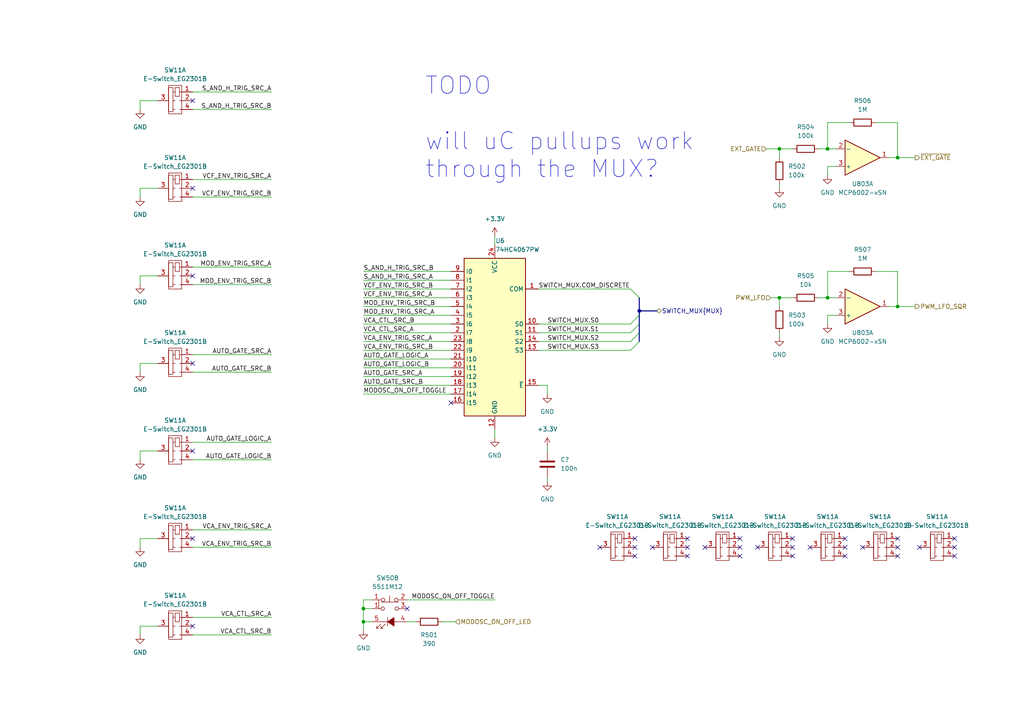
<source format=kicad_sch>
(kicad_sch (version 20230121) (generator eeschema)
  (paper "A4")
  (title_block (title "MICRO-OX Modulation Board") (date "2023-04-13") (rev "0") (comment 2 "creativecommons.org/licenses/by/4.0") (comment 3 "license: CC by 4.0") (comment 4 "Author: Jordan Aceto"))
  (lib_symbols
    (symbol "Amplifier_Operational:MCP6002-xSN" (pin_names (offset 0.127))
      (property "Reference" "U" (at 0 5.08 0))
      (property "Value" "MCP6002-xSN" (at 0 -5.08 0))
      (symbol "MCP6002-xSN_1_1"
        (polyline (pts (xy -5.08 5.08) (xy 5.08 0) (xy -5.08 -5.08) (xy -5.08 5.08)) (stroke (width 0.254)) (fill (type background)))
        (pin output line (at 7.62 0 180) (length 2.54) (name "~") (number "1"))
        (pin input line (at -7.62 -2.54 0) (length 2.54) (name "-") (number "2"))
        (pin input line (at -7.62 2.54 0) (length 2.54) (name "+") (number "3"))
      )
      (symbol "MCP6002-xSN_2_1"
        (polyline (pts (xy -5.08 5.08) (xy 5.08 0) (xy -5.08 -5.08) (xy -5.08 5.08)) (stroke (width 0.254)) (fill (type background)))
        (pin input line (at -7.62 2.54 0) (length 2.54) (name "+") (number "5"))
        (pin input line (at -7.62 -2.54 0) (length 2.54) (name "-") (number "6"))
        (pin output line (at 7.62 0 180) (length 2.54) (name "~") (number "7"))
      )
      (symbol "MCP6002-xSN_3_1"
        (pin power_in line (at -2.54 -7.62 90) (length 3.81) (name "V-") (number "4"))
        (pin power_in line (at -2.54 7.62 270) (length 3.81) (name "V+") (number "8"))
      )
    )
    (symbol "Device:C" (pin_numbers hide) (pin_names (offset 0.254))
      (property "Reference" "C" (at 0.635 2.54 0))
      (property "Value" "C" (at 0.635 -2.54 0))
      (symbol "C_0_1"
        (polyline (pts (xy -2.032 -0.762) (xy 2.032 -0.762)) (stroke (width 0.508)))
        (polyline (pts (xy -2.032 0.762) (xy 2.032 0.762)) (stroke (width 0.508)))
      )
      (symbol "C_1_1"
        (pin passive line (at 0 3.81 270) (length 2.794) (name "~") (number "1"))
        (pin passive line (at 0 -3.81 90) (length 2.794) (name "~") (number "2"))
      )
    )
    (symbol "Device:R" (pin_numbers hide) (pin_names (offset 0))
      (property "Reference" "R" (at 2.032 0 90))
      (property "Value" "R" (at 0 0 90))
      (symbol "R_0_1"
        (rectangle (start -1.016 -2.54) (end 1.016 2.54) (stroke (width 0.254)))
      )
      (symbol "R_1_1"
        (pin passive line (at 0 3.81 270) (length 1.27) (name "~") (number "1"))
        (pin passive line (at 0 -3.81 90) (length 1.27) (name "~") (number "2"))
      )
    )
    (symbol "custom_symbols:74HC4067PW"
      (property "Reference" "U?" (at 0.1665 26.67 0))
      (property "Value" "74HC4067PW" (at 0.1665 24.13 0))
      (symbol "74HC4067PW_0_1"
        (rectangle (start -8.89 21.59) (end 8.89 -24.13) (stroke (width 0.254)) (fill (type background)))
      )
      (symbol "74HC4067PW_1_1"
        (pin passive line (at -12.7 12.7 0) (length 3.81) (name "COM") (number "1"))
        (pin input line (at -12.7 2.54 0) (length 3.81) (name "S0") (number "10"))
        (pin input line (at -12.7 0 0) (length 3.81) (name "S1") (number "11"))
        (pin power_in line (at 0 -27.94 90) (length 3.81) (name "GND") (number "12"))
        (pin input line (at -12.7 -5.08 0) (length 3.81) (name "S3") (number "13"))
        (pin input line (at -12.7 -2.54 0) (length 3.81) (name "S2") (number "14"))
        (pin input line (at -12.7 -15.24 0) (length 3.81) (name "~{E}") (number "15"))
        (pin passive line (at 12.7 -20.32 180) (length 3.81) (name "I15") (number "16"))
        (pin passive line (at 12.7 -17.78 180) (length 3.81) (name "I14") (number "17"))
        (pin passive line (at 12.7 -15.24 180) (length 3.81) (name "I13") (number "18"))
        (pin passive line (at 12.7 -12.7 180) (length 3.81) (name "I12") (number "19"))
        (pin passive line (at 12.7 0 180) (length 3.81) (name "I7") (number "2"))
        (pin passive line (at 12.7 -10.16 180) (length 3.81) (name "I11") (number "20"))
        (pin passive line (at 12.7 -7.62 180) (length 3.81) (name "I10") (number "21"))
        (pin passive line (at 12.7 -5.08 180) (length 3.81) (name "I9") (number "22"))
        (pin passive line (at 12.7 -2.54 180) (length 3.81) (name "I8") (number "23"))
        (pin power_in line (at 0 25.4 270) (length 3.81) (name "VCC") (number "24"))
        (pin passive line (at 12.7 2.54 180) (length 3.81) (name "I6") (number "3"))
        (pin passive line (at 12.7 5.08 180) (length 3.81) (name "I5") (number "4"))
        (pin passive line (at 12.7 7.62 180) (length 3.81) (name "I4") (number "5"))
        (pin passive line (at 12.7 10.16 180) (length 3.81) (name "I3") (number "6"))
        (pin passive line (at 12.7 12.7 180) (length 3.81) (name "I2") (number "7"))
        (pin passive line (at 12.7 15.24 180) (length 3.81) (name "I1") (number "8"))
        (pin passive line (at 12.7 17.78 180) (length 3.81) (name "I0") (number "9"))
      )
    )
    (symbol "custom_symbols:E-Switch_EG2301" (pin_names (offset 1.016) hide)
      (property "Reference" "SW501" (at 0 8.89 0))
      (property "Value" "E-Switch_EG2301" (at 0 6.35 0))
      (symbol "E-Switch_EG2301_0_1"
        (rectangle (start -1.905 3.81) (end -0.635 -3.175))
        (rectangle (start -1.905 4.445) (end 1.905 -3.81))
        (polyline (pts (xy -0.635 -2.54) (xy 0 -2.54)))
        (polyline (pts (xy -0.635 0) (xy 0 0)))
        (polyline (pts (xy -0.635 2.54) (xy 0 2.54)))
        (polyline (pts (xy 1.27 -2.54) (xy 1.905 -2.54)))
        (polyline (pts (xy 1.27 0) (xy 1.905 0)))
        (polyline (pts (xy 1.27 2.54) (xy 1.905 2.54) (xy 1.27 2.54)))
        (rectangle (start 0 3.81) (end 1.27 1.27))
      )
      (symbol "E-Switch_EG2301_1_1"
        (pin passive line (at 5.08 2.54 180) (length 3.175) (name "1") (number "1"))
        (pin passive line (at 5.08 0 180) (length 3.175) (name "2") (number "2"))
        (pin passive line (at -5.08 0 0) (length 3.175) (name "3") (number "3"))
        (pin passive line (at 5.08 -2.54 180) (length 3.175) (name "4") (number "4"))
      )
      (symbol "E-Switch_EG2301_2_1"
        (pin passive line (at 5.08 2.54 180) (length 3.175) (name "5") (number "5"))
        (pin passive line (at 5.08 0 180) (length 3.175) (name "6") (number "6"))
        (pin passive line (at -5.08 0 0) (length 3.175) (name "7") (number "7"))
        (pin passive line (at 5.08 -2.54 180) (length 3.175) (name "8") (number "8"))
      )
    )
    (symbol "custom_symbols:E_Switch_5511M12"
      (property "Reference" "SW" (at 0 6.35 0))
      (property "Value" "5511M12" (at 0 -1.27 0))
      (symbol "E_Switch_5511M12_0_0"
        (polyline (pts (xy -3.81 -4.445) (xy -2.54 -3.175)))
        (polyline (pts (xy -2.54 -4.445) (xy -1.27 -3.175)))
        (polyline (pts (xy -2.54 -2.54) (xy 2.54 -2.54)))
        (polyline (pts (xy -0.635 -1.27) (xy -0.635 -3.81)))
        (polyline (pts (xy -3.81 -3.81) (xy -3.81 -4.445) (xy -3.175 -4.445)))
        (polyline (pts (xy -2.54 -3.81) (xy -2.54 -4.445) (xy -1.905 -4.445)))
        (polyline (pts (xy -0.635 -2.54) (xy 1.27 -1.27) (xy 1.27 -3.81) (xy -0.635 -2.54)) (fill (type outline)))
      )
      (symbol "E_Switch_5511M12_0_1"
        (circle (center -2.032 1.27) (radius 0.508))
        (circle (center -1.905 3.81) (radius 0.508))
        (polyline (pts (xy -3.175 3.81) (xy -3.175 1.27)))
        (polyline (pts (xy 0 3.175) (xy 0 4.953)))
        (polyline (pts (xy 2.54 3.175) (xy -2.54 3.175)))
        (circle (center 1.905 3.81) (radius 0.508))
        (circle (center 2.032 1.27) (radius 0.508))
        (pin passive line (at -5.08 1.27 0) (length 2.54) (name "") (number "1"))
        (pin passive line (at -5.08 3.81 0) (length 2.54) (name "") (number "1"))
        (pin passive line (at 5.08 3.81 180) (length 2.54) (name "") (number "2"))
        (pin passive line (at 5.08 1.27 180) (length 2.54) (name "") (number "3"))
        (pin passive line (at 5.08 -2.54 180) (length 2.54) (name "") (number "4"))
        (pin passive line (at -5.08 -2.54 0) (length 2.54) (name "") (number "5"))
      )
    )
    (symbol "power:+3.3V" (power) (pin_names (offset 0))
      (property "Value" "+3.3V" (at 0 3.556 0))
      (symbol "+3.3V_0_1"
        (polyline (pts (xy -0.762 1.27) (xy 0 2.54)))
        (polyline (pts (xy 0 0) (xy 0 2.54)))
        (polyline (pts (xy 0 2.54) (xy 0.762 1.27)))
      )
      (symbol "+3.3V_1_1"
        (pin power_in line (at 0 0 90) (length 0) hide (name "+3.3V") (number "1"))
      )
    )
    (symbol "power:GND" (power) (pin_names (offset 0))
      (property "Value" "GND" (at 0 -3.81 0))
      (symbol "GND_0_1"
        (polyline (pts (xy 0 0) (xy 0 -1.27) (xy 1.27 -1.27) (xy 0 -2.54) (xy -1.27 -1.27) (xy 0 -1.27)))
      )
      (symbol "GND_1_1"
        (pin power_in line (at 0 0 270) (length 0) hide (name "GND") (number "1"))
      )
    )
  )
  (junction (at 240.03 43.18))
  (junction (at 260.35 45.72))
  (junction (at 240.03 86.36))
  (junction (at 105.41 176.53))
  (junction (at 226.06 43.18))
  (junction (at 260.35 88.9))
  (junction (at 226.06 86.36))
  (junction (at 105.41 180.34))
  (junction (at 185.42 90.17))
  (no_connect (at 184.15 158.75))
  (no_connect (at 250.19 158.75))
  (no_connect (at 260.35 158.75))
  (no_connect (at 260.35 156.21))
  (no_connect (at 199.39 161.29))
  (no_connect (at 276.86 161.29))
  (no_connect (at 184.15 161.29))
  (no_connect (at 130.81 116.84))
  (no_connect (at 276.86 158.75))
  (no_connect (at 229.87 161.29))
  (no_connect (at 55.88 29.21))
  (no_connect (at 55.88 181.61))
  (no_connect (at 214.63 156.21))
  (no_connect (at 55.88 80.01))
  (no_connect (at 189.23 158.75))
  (no_connect (at 55.88 54.61))
  (no_connect (at 204.47 158.75))
  (no_connect (at 245.11 156.21))
  (no_connect (at 173.99 158.75))
  (no_connect (at 229.87 158.75))
  (no_connect (at 55.88 130.81))
  (no_connect (at 55.88 105.41))
  (no_connect (at 219.71 158.75))
  (no_connect (at 214.63 158.75))
  (no_connect (at 55.88 156.21))
  (no_connect (at 214.63 161.29))
  (no_connect (at 199.39 156.21))
  (no_connect (at 245.11 158.75))
  (no_connect (at 266.7 158.75))
  (no_connect (at 234.95 158.75))
  (no_connect (at 245.11 161.29))
  (no_connect (at 229.87 156.21))
  (no_connect (at 184.15 156.21))
  (no_connect (at 118.11 176.53))
  (no_connect (at 199.39 158.75))
  (no_connect (at 260.35 161.29))
  (no_connect (at 276.86 156.21))
  (bus_entry (at 185.42 91.44) (size -2.54 2.54))
  (bus_entry (at 185.42 96.52) (size -2.54 2.54))
  (bus_entry (at 185.42 86.36) (size -2.54 -2.54))
  (bus_entry (at 185.42 93.98) (size -2.54 2.54))
  (bus_entry (at 185.42 99.06) (size -2.54 2.54))
  (wire (pts (xy 55.88 107.95) (xy 78.74 107.95)))
  (wire (pts (xy 40.64 156.21) (xy 45.72 156.21)))
  (wire (pts (xy 55.88 184.15) (xy 78.74 184.15)))
  (wire (pts (xy 55.88 26.67) (xy 78.74 26.67)))
  (wire (pts (xy 40.64 181.61) (xy 40.64 184.15)))
  (wire (pts (xy 130.81 111.76) (xy 105.41 111.76)))
  (wire (pts (xy 40.64 80.01) (xy 40.64 82.55)))
  (bus (pts (xy 185.42 96.52) (xy 185.42 99.06)))
  (wire (pts (xy 105.41 99.06) (xy 130.81 99.06)))
  (wire (pts (xy 105.41 83.82) (xy 130.81 83.82)))
  (wire (pts (xy 240.03 50.8) (xy 240.03 48.26)))
  (wire (pts (xy 226.06 86.36) (xy 226.06 88.9)))
  (wire (pts (xy 55.88 57.15) (xy 78.74 57.15)))
  (wire (pts (xy 40.64 105.41) (xy 40.64 107.95)))
  (wire (pts (xy 105.41 101.6) (xy 130.81 101.6)))
  (wire (pts (xy 130.81 81.28) (xy 105.41 81.28)))
  (wire (pts (xy 40.64 29.21) (xy 45.72 29.21)))
  (wire (pts (xy 158.75 129.54) (xy 158.75 130.81)))
  (bus (pts (xy 185.42 86.36) (xy 185.42 90.17)))
  (wire (pts (xy 237.49 86.36) (xy 240.03 86.36)))
  (wire (pts (xy 226.06 54.61) (xy 226.06 53.34)))
  (wire (pts (xy 158.75 111.76) (xy 158.75 114.3)))
  (wire (pts (xy 156.21 93.98) (xy 182.88 93.98)))
  (wire (pts (xy 240.03 78.74) (xy 246.38 78.74)))
  (wire (pts (xy 226.06 86.36) (xy 229.87 86.36)))
  (wire (pts (xy 260.35 88.9) (xy 265.43 88.9)))
  (wire (pts (xy 105.41 91.44) (xy 130.81 91.44)))
  (wire (pts (xy 143.51 124.46) (xy 143.51 127)))
  (wire (pts (xy 105.41 106.68) (xy 130.81 106.68)))
  (wire (pts (xy 260.35 88.9) (xy 257.81 88.9)))
  (wire (pts (xy 240.03 43.18) (xy 240.03 35.56)))
  (wire (pts (xy 143.51 68.58) (xy 143.51 71.12)))
  (wire (pts (xy 105.41 86.36) (xy 130.81 86.36)))
  (wire (pts (xy 260.35 45.72) (xy 265.43 45.72)))
  (wire (pts (xy 156.21 111.76) (xy 158.75 111.76)))
  (wire (pts (xy 105.41 182.88) (xy 105.41 180.34)))
  (wire (pts (xy 158.75 138.43) (xy 158.75 139.7)))
  (wire (pts (xy 254 78.74) (xy 260.35 78.74)))
  (bus (pts (xy 185.42 93.98) (xy 185.42 96.52)))
  (wire (pts (xy 156.21 101.6) (xy 182.88 101.6)))
  (wire (pts (xy 240.03 35.56) (xy 246.38 35.56)))
  (wire (pts (xy 260.35 78.74) (xy 260.35 88.9)))
  (wire (pts (xy 40.64 29.21) (xy 40.64 31.75)))
  (bus (pts (xy 190.5 90.17) (xy 185.42 90.17)))
  (wire (pts (xy 130.81 114.3) (xy 105.41 114.3)))
  (wire (pts (xy 55.88 128.27) (xy 78.74 128.27)))
  (wire (pts (xy 260.35 35.56) (xy 260.35 45.72)))
  (wire (pts (xy 105.41 88.9) (xy 130.81 88.9)))
  (wire (pts (xy 105.41 109.22) (xy 130.81 109.22)))
  (wire (pts (xy 40.64 130.81) (xy 40.64 133.35)))
  (wire (pts (xy 226.06 43.18) (xy 229.87 43.18)))
  (wire (pts (xy 156.21 83.82) (xy 182.88 83.82)))
  (wire (pts (xy 240.03 86.36) (xy 240.03 78.74)))
  (wire (pts (xy 55.88 158.75) (xy 78.74 158.75)))
  (wire (pts (xy 55.88 133.35) (xy 78.74 133.35)))
  (wire (pts (xy 128.27 180.34) (xy 132.08 180.34)))
  (wire (pts (xy 105.41 176.53) (xy 107.95 176.53)))
  (wire (pts (xy 156.21 99.06) (xy 182.88 99.06)))
  (wire (pts (xy 55.88 52.07) (xy 78.74 52.07)))
  (wire (pts (xy 55.88 31.75) (xy 78.74 31.75)))
  (wire (pts (xy 55.88 82.55) (xy 78.74 82.55)))
  (wire (pts (xy 237.49 43.18) (xy 240.03 43.18)))
  (wire (pts (xy 105.41 176.53) (xy 105.41 173.99)))
  (wire (pts (xy 226.06 43.18) (xy 226.06 45.72)))
  (wire (pts (xy 105.41 180.34) (xy 107.95 180.34)))
  (wire (pts (xy 40.64 54.61) (xy 45.72 54.61)))
  (wire (pts (xy 55.88 153.67) (xy 78.74 153.67)))
  (wire (pts (xy 105.41 93.98) (xy 130.81 93.98)))
  (wire (pts (xy 240.03 48.26) (xy 242.57 48.26)))
  (wire (pts (xy 105.41 104.14) (xy 130.81 104.14)))
  (wire (pts (xy 118.11 180.34) (xy 120.65 180.34)))
  (bus (pts (xy 185.42 90.17) (xy 185.42 91.44)))
  (wire (pts (xy 130.81 78.74) (xy 105.41 78.74)))
  (wire (pts (xy 260.35 45.72) (xy 257.81 45.72)))
  (wire (pts (xy 40.64 54.61) (xy 40.64 57.15)))
  (wire (pts (xy 242.57 43.18) (xy 240.03 43.18)))
  (wire (pts (xy 40.64 156.21) (xy 40.64 158.75)))
  (wire (pts (xy 118.11 173.99) (xy 143.51 173.99)))
  (wire (pts (xy 254 35.56) (xy 260.35 35.56)))
  (wire (pts (xy 40.64 105.41) (xy 45.72 105.41)))
  (wire (pts (xy 55.88 102.87) (xy 78.74 102.87)))
  (wire (pts (xy 226.06 97.79) (xy 226.06 96.52)))
  (wire (pts (xy 55.88 179.07) (xy 78.74 179.07)))
  (wire (pts (xy 55.88 77.47) (xy 78.74 77.47)))
  (wire (pts (xy 105.41 96.52) (xy 130.81 96.52)))
  (wire (pts (xy 105.41 173.99) (xy 107.95 173.99)))
  (wire (pts (xy 156.21 96.52) (xy 182.88 96.52)))
  (wire (pts (xy 40.64 130.81) (xy 45.72 130.81)))
  (wire (pts (xy 240.03 91.44) (xy 242.57 91.44)))
  (wire (pts (xy 223.52 86.36) (xy 226.06 86.36)))
  (wire (pts (xy 240.03 93.98) (xy 240.03 91.44)))
  (bus (pts (xy 185.42 91.44) (xy 185.42 93.98)))
  (wire (pts (xy 105.41 176.53) (xy 105.41 180.34)))
  (wire (pts (xy 40.64 181.61) (xy 45.72 181.61)))
  (wire (pts (xy 242.57 86.36) (xy 240.03 86.36)))
  (wire (pts (xy 40.64 80.01) (xy 45.72 80.01)))
  (wire (pts (xy 222.25 43.18) (xy 226.06 43.18)))
  (text "TODO\n\nwill uC pullups work\nthrough the MUX?" (at 123.19 52.07 0) (effects (font (size 5 5)) (justify left bottom)))
  (label "AUTO_GATE_SRC_A" (at 78.74 102.87 180))
  (label "VCA_CTL_SRC_B" (at 78.74 184.15 180))
  (label "AUTO_GATE_SRC_B" (at 105.41 111.76 0))
  (label "MOD_ENV_TRIG_SRC_A" (at 78.74 77.47 180))
  (label "VCF_ENV_TRIG_SRC_A" (at 105.41 86.36 0))
  (label "VCA_ENV_TRIG_SRC_A" (at 78.74 153.67 180))
  (label "VCA_CTL_SRC_A" (at 105.41 96.52 0))
  (label "AUTO_GATE_LOGIC_B" (at 78.74 133.35 180))
  (label "MOD_ENV_TRIG_SRC_A" (at 105.41 91.44 0))
  (label "S_AND_H_TRIG_SRC_A" (at 105.41 81.28 0))
  (label "AUTO_GATE_LOGIC_B" (at 105.41 106.68 0))
  (label "VCA_ENV_TRIG_SRC_B" (at 105.41 101.6 0))
  (label "VCF_ENV_TRIG_SRC_B" (at 78.74 57.15 180))
  (label "SWITCH_MUX.S1" (at 158.75 96.52 0))
  (label "AUTO_GATE_SRC_A" (at 105.41 109.22 0))
  (label "AUTO_GATE_SRC_B" (at 78.74 107.95 180))
  (label "VCF_ENV_TRIG_SRC_A" (at 78.74 52.07 180))
  (label "AUTO_GATE_LOGIC_A" (at 105.41 104.14 0))
  (label "SWITCH_MUX.S3" (at 158.75 101.6 0))
  (label "MOD_ENV_TRIG_SRC_B" (at 78.74 82.55 180))
  (label "VCA_CTL_SRC_B" (at 105.41 93.98 0))
  (label "SWITCH_MUX.COM_DISCRETE" (at 156.21 83.82 0))
  (label "MODOSC_ON_OFF_TOGGLE" (at 143.51 173.99 180))
  (label "S_AND_H_TRIG_SRC_B" (at 105.41 78.74 0))
  (label "SWITCH_MUX.S2" (at 158.75 99.06 0))
  (label "VCA_ENV_TRIG_SRC_B" (at 78.74 158.75 180))
  (label "S_AND_H_TRIG_SRC_A" (at 78.74 26.67 180))
  (label "S_AND_H_TRIG_SRC_B" (at 78.74 31.75 180))
  (label "VCF_ENV_TRIG_SRC_B" (at 105.41 83.82 0))
  (label "VCA_ENV_TRIG_SRC_A" (at 105.41 99.06 0))
  (label "AUTO_GATE_LOGIC_A" (at 78.74 128.27 180))
  (label "VCA_CTL_SRC_A" (at 78.74 179.07 180))
  (label "MODOSC_ON_OFF_TOGGLE" (at 105.41 114.3 0))
  (label "MOD_ENV_TRIG_SRC_B" (at 105.41 88.9 0))
  (label "SWITCH_MUX.S0" (at 158.75 93.98 0))
  (hierarchical_label "~{EXT_GATE}" (shape output) (at 265.43 45.72 0))
  (hierarchical_label "PWM_LFO" (shape input) (at 223.52 86.36 180))
  (hierarchical_label "EXT_GATE" (shape input) (at 222.25 43.18 180))
  (hierarchical_label "SWITCH_MUX{MUX}" (shape bidirectional) (at 190.5 90.17 0))
  (hierarchical_label "PWM_LFO_SQR" (shape output) (at 265.43 88.9 0))
  (hierarchical_label "MODOSC_ON_OFF_LED" (shape input) (at 132.08 180.34 0))
  (symbol (lib_id "power:GND") (at 40.64 57.15 0) (unit 1)
    (property "Reference" "#PWR0502" (effects hide))
    (property "Value" "GND" (at 40.64 62.23 0))
  )
  (symbol (lib_id "power:GND") (at 40.64 158.75 0) (unit 1)
    (property "Reference" "#PWR0506" (effects hide))
    (property "Value" "GND" (at 40.64 163.83 0))
  )
  (symbol (lib_id "power:+3.3V") (at 158.75 129.54 0) (unit 1)
    (property "Reference" "#PWR0443" (effects hide))
    (property "Value" "+3.3V" (at 158.75 124.46 0))
    (instances (project "modulation_board" (path "" (reference "#PWR0443") (unit 1)) (path "" (reference "#PWR0516") (unit 1))) (project "stereo_whooshy_sound_main_board" (path "" (reference "#PWR0126") (unit 1)) (path "" (reference "#PWR0154") (unit 1))))
  )
  (symbol (lib_id "power:GND") (at 240.03 93.98 0) (unit 1)
    (property "Reference" "#PWR0515" (effects hide))
    (property "Value" "GND" (at 240.03 99.06 0))
  )
  (symbol (lib_id "custom_symbols:E-Switch_EG2301") (at 50.8 156.21 0) (unit 1)
    (property "Reference" "SW11" (at 50.8 147.32 0))
    (property "Value" "E-Switch_EG2301B" (at 50.8 149.86 0))
    (property "Footprint" "custom_footprints:E-Switch_EG2301" (effects hide))
    (property "Datasheet" "https://www.e-switch.com/wp-content/uploads/2022/06/EG.pdf" (effects hide))
    (instances (project "main_VCO_board" (path "" (reference "SW11") (unit 1))) (project "modulation_board" (path "" (reference "SW506") (unit 2))))
  )
  (symbol (lib_id "custom_symbols:E-Switch_EG2301") (at 240.03 158.75 0) (unit 1)
    (property "Reference" "SW11" (at 240.03 149.86 0))
    (property "Value" "E-Switch_EG2301B" (at 240.03 152.4 0))
    (property "Footprint" "custom_footprints:E-Switch_EG2301" (effects hide))
    (property "Datasheet" "https://www.e-switch.com/wp-content/uploads/2022/06/EG.pdf" (effects hide))
    (instances (project "main_VCO_board" (path "" (reference "SW11") (unit 1))) (project "modulation_board" (path "" (reference "SW505") (unit 1))))
  )
  (symbol (lib_id "power:GND") (at 40.64 31.75 0) (unit 1)
    (property "Reference" "#PWR0501" (effects hide))
    (property "Value" "GND" (at 40.64 36.83 0))
  )
  (symbol (lib_id "power:GND") (at 40.64 184.15 0) (unit 1)
    (property "Reference" "#PWR0507" (effects hide))
    (property "Value" "GND" (at 40.64 189.23 0))
  )
  (symbol (lib_id "power:GND") (at 226.06 54.61 0) (unit 1)
    (property "Reference" "#PWR0513" (effects hide))
    (property "Value" "GND" (at 226.06 59.69 0))
  )
  (symbol (lib_id "Device:R") (at 233.68 43.18 90) (unit 1)
    (property "Reference" "R504" (at 233.68 36.83 90))
    (property "Value" "100k" (at 233.68 39.37 90))
    (property "Footprint" "Resistor_SMD:R_0603_1608Metric" (effects hide))
  )
  (symbol (lib_id "custom_symbols:74HC4067PW") (at 143.51 96.52 0) (mirror y) (unit 1)
    (property "Reference" "U6" (at 143.6765 69.85 0) (effects (justify right)))
    (property "Value" "74HC4067PW" (at 143.6765 72.39 0) (effects (justify right)))
    (property "Footprint" "Package_SO:TSSOP-24_4.4x7.8mm_P0.65mm" (effects hide))
    (property "Datasheet" "https://assets.nexperia.com/documents/data-sheet/74HC_HCT4067.pdf" (effects hide))
  )
  (symbol (lib_id "power:GND") (at 240.03 50.8 0) (unit 1)
    (property "Reference" "#PWR0512" (effects hide))
    (property "Value" "GND" (at 240.03 55.88 0))
  )
  (symbol (lib_id "Device:R") (at 250.19 35.56 90) (unit 1)
    (property "Reference" "R506" (at 250.19 29.21 90))
    (property "Value" "1M" (at 250.19 31.75 90))
    (property "Footprint" "Resistor_SMD:R_0603_1608Metric" (effects hide))
  )
  (symbol (lib_id "custom_symbols:E-Switch_EG2301") (at 50.8 105.41 0) (unit 1)
    (property "Reference" "SW11" (at 50.8 96.52 0))
    (property "Value" "E-Switch_EG2301B" (at 50.8 99.06 0))
    (property "Footprint" "custom_footprints:E-Switch_EG2301" (effects hide))
    (property "Datasheet" "https://www.e-switch.com/wp-content/uploads/2022/06/EG.pdf" (effects hide))
    (instances (project "main_VCO_board" (path "" (reference "SW11") (unit 1))) (project "modulation_board" (path "" (reference "SW504") (unit 2))))
  )
  (symbol (lib_id "custom_symbols:E-Switch_EG2301") (at 50.8 29.21 0) (unit 1)
    (property "Reference" "SW11" (at 50.8 20.32 0))
    (property "Value" "E-Switch_EG2301B" (at 50.8 22.86 0))
    (property "Footprint" "custom_footprints:E-Switch_EG2301" (effects hide))
    (property "Datasheet" "https://www.e-switch.com/wp-content/uploads/2022/06/EG.pdf" (effects hide))
    (instances (project "main_VCO_board" (path "" (reference "SW11") (unit 1))) (project "modulation_board" (path "" (reference "SW501") (unit 2))))
  )
  (symbol (lib_id "custom_symbols:E-Switch_EG2301") (at 50.8 54.61 0) (unit 1)
    (property "Reference" "SW11" (at 50.8 45.72 0))
    (property "Value" "E-Switch_EG2301B" (at 50.8 48.26 0))
    (property "Footprint" "custom_footprints:E-Switch_EG2301" (effects hide))
    (property "Datasheet" "https://www.e-switch.com/wp-content/uploads/2022/06/EG.pdf" (effects hide))
    (instances (project "main_VCO_board" (path "" (reference "SW11") (unit 1))) (project "modulation_board" (path "" (reference "SW502") (unit 2))))
  )
  (symbol (lib_id "custom_symbols:E-Switch_EG2301") (at 179.07 158.75 0) (unit 1)
    (property "Reference" "SW11" (at 179.07 149.86 0))
    (property "Value" "E-Switch_EG2301B" (at 179.07 152.4 0))
    (property "Footprint" "custom_footprints:E-Switch_EG2301" (effects hide))
    (property "Datasheet" "https://www.e-switch.com/wp-content/uploads/2022/06/EG.pdf" (effects hide))
    (instances (project "main_VCO_board" (path "" (reference "SW11") (unit 1))) (project "modulation_board" (path "" (reference "SW501") (unit 1))))
  )
  (symbol (lib_id "custom_symbols:E-Switch_EG2301") (at 50.8 80.01 0) (unit 1)
    (property "Reference" "SW11" (at 50.8 71.12 0))
    (property "Value" "E-Switch_EG2301B" (at 50.8 73.66 0))
    (property "Footprint" "custom_footprints:E-Switch_EG2301" (effects hide))
    (property "Datasheet" "https://www.e-switch.com/wp-content/uploads/2022/06/EG.pdf" (effects hide))
    (instances (project "main_VCO_board" (path "" (reference "SW11") (unit 1))) (project "modulation_board" (path "" (reference "SW503") (unit 1))))
  )
  (symbol (lib_id "Device:R") (at 233.68 86.36 90) (unit 1)
    (property "Reference" "R505" (at 233.68 80.01 90))
    (property "Value" "10k" (at 233.68 82.55 90))
    (property "Footprint" "Resistor_SMD:R_0603_1608Metric" (effects hide))
  )
  (symbol (lib_id "custom_symbols:E-Switch_EG2301") (at 271.78 158.75 0) (unit 1)
    (property "Reference" "SW11" (at 271.78 149.86 0))
    (property "Value" "E-Switch_EG2301B" (at 271.78 152.4 0))
    (property "Footprint" "custom_footprints:E-Switch_EG2301" (effects hide))
    (property "Datasheet" "https://www.e-switch.com/wp-content/uploads/2022/06/EG.pdf" (effects hide))
    (instances (project "main_VCO_board" (path "" (reference "SW11") (unit 1))) (project "modulation_board" (path "" (reference "SW507") (unit 2))))
  )
  (symbol (lib_id "power:GND") (at 158.75 139.7 0) (unit 1)
    (property "Reference" "#PWR0442" (effects hide))
    (property "Value" "GND" (at 158.75 144.78 0))
    (instances (project "modulation_board" (path "" (reference "#PWR0442") (unit 1)) (path "" (reference "#PWR0517") (unit 1))) (project "stereo_whooshy_sound_main_board" (path "" (reference "#PWR015") (unit 1)) (path "" (reference "#PWR0155") (unit 1))))
  )
  (symbol (lib_id "power:+3.3V") (at 143.51 68.58 0) (unit 1)
    (property "Reference" "#PWR016" (effects hide))
    (property "Value" "+3.3V" (at 143.51 63.5 0))
    (instances (project "modulation_board" (path "" (reference "#PWR016") (unit 1)) (path "" (reference "#PWR0509") (unit 1))) (project "stereo_whooshy_sound_main_board" (path "" (reference "#PWR0126") (unit 1)) (path "" (reference "#PWR0154") (unit 1))))
  )
  (symbol (lib_id "power:GND") (at 40.64 82.55 0) (unit 1)
    (property "Reference" "#PWR0503" (effects hide))
    (property "Value" "GND" (at 40.64 87.63 0))
  )
  (symbol (lib_id "power:GND") (at 226.06 97.79 0) (unit 1)
    (property "Reference" "#PWR0514" (effects hide))
    (property "Value" "GND" (at 226.06 102.87 0))
  )
  (symbol (lib_id "custom_symbols:E-Switch_EG2301") (at 209.55 158.75 0) (unit 1)
    (property "Reference" "SW11" (at 209.55 149.86 0))
    (property "Value" "E-Switch_EG2301B" (at 209.55 152.4 0))
    (property "Footprint" "custom_footprints:E-Switch_EG2301" (effects hide))
    (property "Datasheet" "https://www.e-switch.com/wp-content/uploads/2022/06/EG.pdf" (effects hide))
    (instances (project "main_VCO_board" (path "" (reference "SW11") (unit 1))) (project "modulation_board" (path "" (reference "SW503") (unit 2))))
  )
  (symbol (lib_id "Device:R") (at 124.46 180.34 90) (unit 1)
    (property "Reference" "R501" (at 124.46 184.15 90))
    (property "Value" "390" (at 124.46 186.69 90))
    (property "Footprint" "Resistor_SMD:R_0603_1608Metric" (effects hide))
  )
  (symbol (lib_id "Device:R") (at 226.06 49.53 180) (unit 1)
    (property "Reference" "R502" (at 228.6 48.26 0) (effects (justify right)))
    (property "Value" "100k" (at 228.6 50.8 0) (effects (justify right)))
    (property "Footprint" "Resistor_SMD:R_0603_1608Metric" (effects hide))
  )
  (symbol (lib_id "Amplifier_Operational:MCP6002-xSN") (at 250.19 45.72 0) (mirror x) (unit 1)
    (property "Reference" "U803" (at 250.19 53.34 0))
    (property "Value" "MCP6002-xSN" (at 250.19 55.88 0))
    (property "Footprint" "Package_SO:SOIC-8_3.9x4.9mm_P1.27mm" (effects hide))
    (property "Datasheet" "http://ww1.microchip.com/downloads/en/DeviceDoc/21733j.pdf" (effects hide))
    (instances (project "modulation_board" (path "" (reference "U803") (unit 1)) (path "" (reference "U7") (unit 1))))
  )
  (symbol (lib_id "custom_symbols:E_Switch_5511M12") (at 113.03 177.8 0) (unit 1)
    (property "Reference" "SW508" (at 112.395 167.64 0))
    (property "Value" "5511M12" (at 112.395 170.18 0))
    (property "Footprint" "custom_footprints:E_Switch_5511M12" (effects hide))
    (property "Datasheet" "https://sten-eswitch-13110800-production.s3.amazonaws.com/system/asset/product_line/data_sheet/24/5500.pdf" (effects hide))
  )
  (symbol (lib_id "power:GND") (at 158.75 114.3 0) (unit 1)
    (property "Reference" "#PWR0133" (effects hide))
    (property "Value" "GND" (at 158.75 119.38 0))
    (instances (project "modulation_board" (path "" (reference "#PWR0133") (unit 1)) (path "" (reference "#PWR0511") (unit 1))) (project "stereo_whooshy_sound_main_board" (path "" (reference "#PWR015") (unit 1)) (path "" (reference "#PWR0155") (unit 1))))
  )
  (symbol (lib_id "power:GND") (at 143.51 127 0) (unit 1)
    (property "Reference" "#PWR017" (effects hide))
    (property "Value" "GND" (at 143.51 132.08 0))
    (instances (project "modulation_board" (path "" (reference "#PWR017") (unit 1)) (path "" (reference "#PWR0510") (unit 1))) (project "stereo_whooshy_sound_main_board" (path "" (reference "#PWR015") (unit 1)) (path "" (reference "#PWR0155") (unit 1))))
  )
  (symbol (lib_id "power:GND") (at 40.64 107.95 0) (unit 1)
    (property "Reference" "#PWR0504" (effects hide))
    (property "Value" "GND" (at 40.64 113.03 0))
  )
  (symbol (lib_id "power:GND") (at 105.41 182.88 0) (mirror y) (unit 1)
    (property "Reference" "#PWR0508" (effects hide))
    (property "Value" "GND" (at 105.41 187.96 0))
  )
  (symbol (lib_id "custom_symbols:E-Switch_EG2301") (at 50.8 130.81 0) (unit 1)
    (property "Reference" "SW11" (at 50.8 121.92 0))
    (property "Value" "E-Switch_EG2301B" (at 50.8 124.46 0))
    (property "Footprint" "custom_footprints:E-Switch_EG2301" (effects hide))
    (property "Datasheet" "https://www.e-switch.com/wp-content/uploads/2022/06/EG.pdf" (effects hide))
    (instances (project "main_VCO_board" (path "" (reference "SW11") (unit 1))) (project "modulation_board" (path "" (reference "SW505") (unit 2))))
  )
  (symbol (lib_id "Amplifier_Operational:MCP6002-xSN") (at 250.19 88.9 0) (mirror x) (unit 1)
    (property "Reference" "U803" (at 250.19 96.52 0))
    (property "Value" "MCP6002-xSN" (at 250.19 99.06 0))
    (property "Footprint" "Package_SO:SOIC-8_3.9x4.9mm_P1.27mm" (effects hide))
    (property "Datasheet" "http://ww1.microchip.com/downloads/en/DeviceDoc/21733j.pdf" (effects hide))
    (instances (project "modulation_board" (path "" (reference "U803") (unit 1)) (path "" (reference "U7") (unit 2))))
  )
  (symbol (lib_id "custom_symbols:E-Switch_EG2301") (at 50.8 181.61 0) (unit 1)
    (property "Reference" "SW11" (at 50.8 172.72 0))
    (property "Value" "E-Switch_EG2301B" (at 50.8 175.26 0))
    (property "Footprint" "custom_footprints:E-Switch_EG2301" (effects hide))
    (property "Datasheet" "https://www.e-switch.com/wp-content/uploads/2022/06/EG.pdf" (effects hide))
    (instances (project "main_VCO_board" (path "" (reference "SW11") (unit 1))) (project "modulation_board" (path "" (reference "SW507") (unit 1))))
  )
  (symbol (lib_id "power:GND") (at 40.64 133.35 0) (unit 1)
    (property "Reference" "#PWR0505" (effects hide))
    (property "Value" "GND" (at 40.64 138.43 0))
  )
  (symbol (lib_id "custom_symbols:E-Switch_EG2301") (at 224.79 158.75 0) (unit 1)
    (property "Reference" "SW11" (at 224.79 149.86 0))
    (property "Value" "E-Switch_EG2301B" (at 224.79 152.4 0))
    (property "Footprint" "custom_footprints:E-Switch_EG2301" (effects hide))
    (property "Datasheet" "https://www.e-switch.com/wp-content/uploads/2022/06/EG.pdf" (effects hide))
    (instances (project "main_VCO_board" (path "" (reference "SW11") (unit 1))) (project "modulation_board" (path "" (reference "SW504") (unit 1))))
  )
  (symbol (lib_id "Device:R") (at 250.19 78.74 90) (unit 1)
    (property "Reference" "R507" (at 250.19 72.39 90))
    (property "Value" "1M" (at 250.19 74.93 90))
    (property "Footprint" "Resistor_SMD:R_0603_1608Metric" (effects hide))
  )
  (symbol (lib_id "Device:R") (at 226.06 92.71 180) (unit 1)
    (property "Reference" "R503" (at 228.6 91.44 0) (effects (justify right)))
    (property "Value" "100k" (at 228.6 93.98 0) (effects (justify right)))
    (property "Footprint" "Resistor_SMD:R_0603_1608Metric" (effects hide))
  )
  (symbol (lib_id "custom_symbols:E-Switch_EG2301") (at 194.31 158.75 0) (unit 1)
    (property "Reference" "SW11" (at 194.31 149.86 0))
    (property "Value" "E-Switch_EG2301B" (at 194.31 152.4 0))
    (property "Footprint" "custom_footprints:E-Switch_EG2301" (effects hide))
    (property "Datasheet" "https://www.e-switch.com/wp-content/uploads/2022/06/EG.pdf" (effects hide))
    (instances (project "main_VCO_board" (path "" (reference "SW11") (unit 1))) (project "modulation_board" (path "" (reference "SW502") (unit 1))))
  )
  (symbol (lib_id "Device:C") (at 158.75 134.62 0) (unit 1)
    (property "Reference" "C?" (at 162.56 133.35 0) (effects (justify left)))
    (property "Value" "100n" (at 162.56 135.89 0) (effects (justify left)))
    (property "Footprint" "Capacitor_SMD:C_0603_1608Metric" (effects hide))
    (instances (project "modulation_board" (path "" (reference "C?") (unit 1)) (path "" (reference "C501") (unit 1))))
  )
  (symbol (lib_id "custom_symbols:E-Switch_EG2301") (at 255.27 158.75 0) (unit 1)
    (property "Reference" "SW11" (at 255.27 149.86 0))
    (property "Value" "E-Switch_EG2301B" (at 255.27 152.4 0))
    (property "Footprint" "custom_footprints:E-Switch_EG2301" (effects hide))
    (property "Datasheet" "https://www.e-switch.com/wp-content/uploads/2022/06/EG.pdf" (effects hide))
    (instances (project "main_VCO_board" (path "" (reference "SW11") (unit 1))) (project "modulation_board" (path "" (reference "SW506") (unit 1))))
  )
)
</source>
